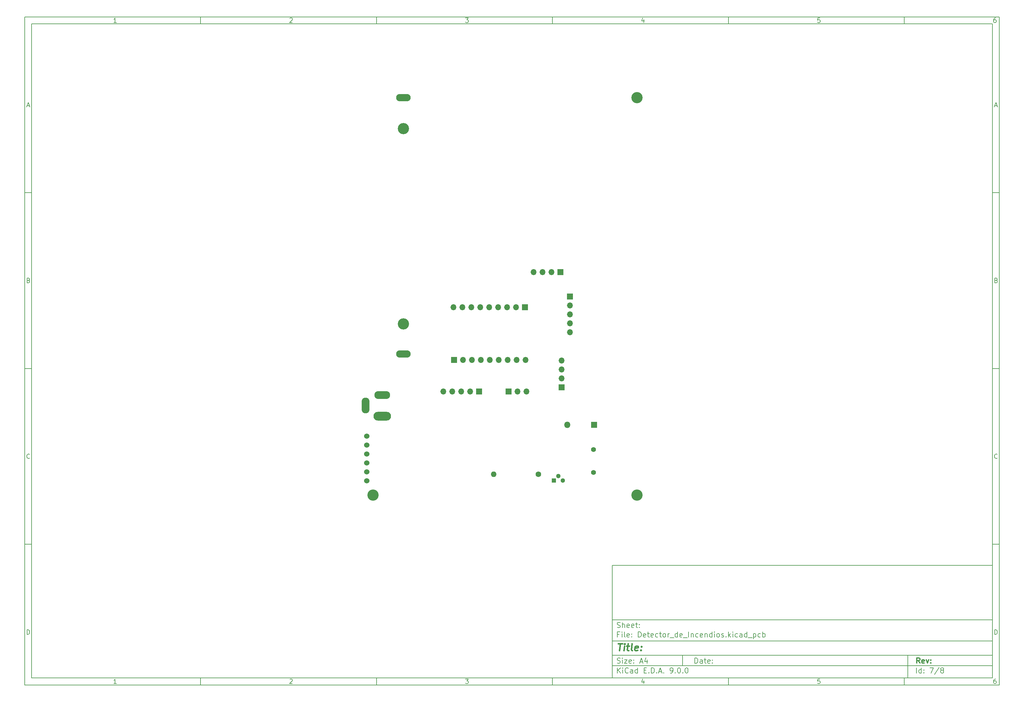
<source format=gbr>
%TF.GenerationSoftware,KiCad,Pcbnew,9.0.0*%
%TF.CreationDate,2025-02-27T14:05:11-05:00*%
%TF.ProjectId,Detector_de_Incendios,44657465-6374-46f7-925f-64655f496e63,rev?*%
%TF.SameCoordinates,Original*%
%TF.FileFunction,Soldermask,Bot*%
%TF.FilePolarity,Negative*%
%FSLAX46Y46*%
G04 Gerber Fmt 4.6, Leading zero omitted, Abs format (unit mm)*
G04 Created by KiCad (PCBNEW 9.0.0) date 2025-02-27 14:05:11*
%MOMM*%
%LPD*%
G01*
G04 APERTURE LIST*
%ADD10C,0.100000*%
%ADD11C,0.150000*%
%ADD12C,0.300000*%
%ADD13C,0.400000*%
%ADD14C,3.200000*%
%ADD15C,1.600000*%
%ADD16O,1.600000X1.600000*%
%ADD17R,1.700000X1.700000*%
%ADD18O,1.700000X1.700000*%
%ADD19O,5.000000X2.500000*%
%ADD20O,4.500000X2.250000*%
%ADD21O,2.250000X4.500000*%
%ADD22C,1.408000*%
%ADD23C,1.524000*%
%ADD24O,1.800000X1.800000*%
%ADD25R,1.800000X1.800000*%
%ADD26R,1.300000X1.300000*%
%ADD27C,1.300000*%
%ADD28O,4.140000X2.070000*%
G04 APERTURE END LIST*
D10*
D11*
X177002200Y-166007200D02*
X285002200Y-166007200D01*
X285002200Y-198007200D01*
X177002200Y-198007200D01*
X177002200Y-166007200D01*
D10*
D11*
X10000000Y-10000000D02*
X287002200Y-10000000D01*
X287002200Y-200007200D01*
X10000000Y-200007200D01*
X10000000Y-10000000D01*
D10*
D11*
X12000000Y-12000000D02*
X285002200Y-12000000D01*
X285002200Y-198007200D01*
X12000000Y-198007200D01*
X12000000Y-12000000D01*
D10*
D11*
X60000000Y-12000000D02*
X60000000Y-10000000D01*
D10*
D11*
X110000000Y-12000000D02*
X110000000Y-10000000D01*
D10*
D11*
X160000000Y-12000000D02*
X160000000Y-10000000D01*
D10*
D11*
X210000000Y-12000000D02*
X210000000Y-10000000D01*
D10*
D11*
X260000000Y-12000000D02*
X260000000Y-10000000D01*
D10*
D11*
X36089160Y-11593604D02*
X35346303Y-11593604D01*
X35717731Y-11593604D02*
X35717731Y-10293604D01*
X35717731Y-10293604D02*
X35593922Y-10479319D01*
X35593922Y-10479319D02*
X35470112Y-10603128D01*
X35470112Y-10603128D02*
X35346303Y-10665033D01*
D10*
D11*
X85346303Y-10417414D02*
X85408207Y-10355509D01*
X85408207Y-10355509D02*
X85532017Y-10293604D01*
X85532017Y-10293604D02*
X85841541Y-10293604D01*
X85841541Y-10293604D02*
X85965350Y-10355509D01*
X85965350Y-10355509D02*
X86027255Y-10417414D01*
X86027255Y-10417414D02*
X86089160Y-10541223D01*
X86089160Y-10541223D02*
X86089160Y-10665033D01*
X86089160Y-10665033D02*
X86027255Y-10850747D01*
X86027255Y-10850747D02*
X85284398Y-11593604D01*
X85284398Y-11593604D02*
X86089160Y-11593604D01*
D10*
D11*
X135284398Y-10293604D02*
X136089160Y-10293604D01*
X136089160Y-10293604D02*
X135655826Y-10788842D01*
X135655826Y-10788842D02*
X135841541Y-10788842D01*
X135841541Y-10788842D02*
X135965350Y-10850747D01*
X135965350Y-10850747D02*
X136027255Y-10912652D01*
X136027255Y-10912652D02*
X136089160Y-11036461D01*
X136089160Y-11036461D02*
X136089160Y-11345985D01*
X136089160Y-11345985D02*
X136027255Y-11469795D01*
X136027255Y-11469795D02*
X135965350Y-11531700D01*
X135965350Y-11531700D02*
X135841541Y-11593604D01*
X135841541Y-11593604D02*
X135470112Y-11593604D01*
X135470112Y-11593604D02*
X135346303Y-11531700D01*
X135346303Y-11531700D02*
X135284398Y-11469795D01*
D10*
D11*
X185965350Y-10726938D02*
X185965350Y-11593604D01*
X185655826Y-10231700D02*
X185346303Y-11160271D01*
X185346303Y-11160271D02*
X186151064Y-11160271D01*
D10*
D11*
X236027255Y-10293604D02*
X235408207Y-10293604D01*
X235408207Y-10293604D02*
X235346303Y-10912652D01*
X235346303Y-10912652D02*
X235408207Y-10850747D01*
X235408207Y-10850747D02*
X235532017Y-10788842D01*
X235532017Y-10788842D02*
X235841541Y-10788842D01*
X235841541Y-10788842D02*
X235965350Y-10850747D01*
X235965350Y-10850747D02*
X236027255Y-10912652D01*
X236027255Y-10912652D02*
X236089160Y-11036461D01*
X236089160Y-11036461D02*
X236089160Y-11345985D01*
X236089160Y-11345985D02*
X236027255Y-11469795D01*
X236027255Y-11469795D02*
X235965350Y-11531700D01*
X235965350Y-11531700D02*
X235841541Y-11593604D01*
X235841541Y-11593604D02*
X235532017Y-11593604D01*
X235532017Y-11593604D02*
X235408207Y-11531700D01*
X235408207Y-11531700D02*
X235346303Y-11469795D01*
D10*
D11*
X285965350Y-10293604D02*
X285717731Y-10293604D01*
X285717731Y-10293604D02*
X285593922Y-10355509D01*
X285593922Y-10355509D02*
X285532017Y-10417414D01*
X285532017Y-10417414D02*
X285408207Y-10603128D01*
X285408207Y-10603128D02*
X285346303Y-10850747D01*
X285346303Y-10850747D02*
X285346303Y-11345985D01*
X285346303Y-11345985D02*
X285408207Y-11469795D01*
X285408207Y-11469795D02*
X285470112Y-11531700D01*
X285470112Y-11531700D02*
X285593922Y-11593604D01*
X285593922Y-11593604D02*
X285841541Y-11593604D01*
X285841541Y-11593604D02*
X285965350Y-11531700D01*
X285965350Y-11531700D02*
X286027255Y-11469795D01*
X286027255Y-11469795D02*
X286089160Y-11345985D01*
X286089160Y-11345985D02*
X286089160Y-11036461D01*
X286089160Y-11036461D02*
X286027255Y-10912652D01*
X286027255Y-10912652D02*
X285965350Y-10850747D01*
X285965350Y-10850747D02*
X285841541Y-10788842D01*
X285841541Y-10788842D02*
X285593922Y-10788842D01*
X285593922Y-10788842D02*
X285470112Y-10850747D01*
X285470112Y-10850747D02*
X285408207Y-10912652D01*
X285408207Y-10912652D02*
X285346303Y-11036461D01*
D10*
D11*
X60000000Y-198007200D02*
X60000000Y-200007200D01*
D10*
D11*
X110000000Y-198007200D02*
X110000000Y-200007200D01*
D10*
D11*
X160000000Y-198007200D02*
X160000000Y-200007200D01*
D10*
D11*
X210000000Y-198007200D02*
X210000000Y-200007200D01*
D10*
D11*
X260000000Y-198007200D02*
X260000000Y-200007200D01*
D10*
D11*
X36089160Y-199600804D02*
X35346303Y-199600804D01*
X35717731Y-199600804D02*
X35717731Y-198300804D01*
X35717731Y-198300804D02*
X35593922Y-198486519D01*
X35593922Y-198486519D02*
X35470112Y-198610328D01*
X35470112Y-198610328D02*
X35346303Y-198672233D01*
D10*
D11*
X85346303Y-198424614D02*
X85408207Y-198362709D01*
X85408207Y-198362709D02*
X85532017Y-198300804D01*
X85532017Y-198300804D02*
X85841541Y-198300804D01*
X85841541Y-198300804D02*
X85965350Y-198362709D01*
X85965350Y-198362709D02*
X86027255Y-198424614D01*
X86027255Y-198424614D02*
X86089160Y-198548423D01*
X86089160Y-198548423D02*
X86089160Y-198672233D01*
X86089160Y-198672233D02*
X86027255Y-198857947D01*
X86027255Y-198857947D02*
X85284398Y-199600804D01*
X85284398Y-199600804D02*
X86089160Y-199600804D01*
D10*
D11*
X135284398Y-198300804D02*
X136089160Y-198300804D01*
X136089160Y-198300804D02*
X135655826Y-198796042D01*
X135655826Y-198796042D02*
X135841541Y-198796042D01*
X135841541Y-198796042D02*
X135965350Y-198857947D01*
X135965350Y-198857947D02*
X136027255Y-198919852D01*
X136027255Y-198919852D02*
X136089160Y-199043661D01*
X136089160Y-199043661D02*
X136089160Y-199353185D01*
X136089160Y-199353185D02*
X136027255Y-199476995D01*
X136027255Y-199476995D02*
X135965350Y-199538900D01*
X135965350Y-199538900D02*
X135841541Y-199600804D01*
X135841541Y-199600804D02*
X135470112Y-199600804D01*
X135470112Y-199600804D02*
X135346303Y-199538900D01*
X135346303Y-199538900D02*
X135284398Y-199476995D01*
D10*
D11*
X185965350Y-198734138D02*
X185965350Y-199600804D01*
X185655826Y-198238900D02*
X185346303Y-199167471D01*
X185346303Y-199167471D02*
X186151064Y-199167471D01*
D10*
D11*
X236027255Y-198300804D02*
X235408207Y-198300804D01*
X235408207Y-198300804D02*
X235346303Y-198919852D01*
X235346303Y-198919852D02*
X235408207Y-198857947D01*
X235408207Y-198857947D02*
X235532017Y-198796042D01*
X235532017Y-198796042D02*
X235841541Y-198796042D01*
X235841541Y-198796042D02*
X235965350Y-198857947D01*
X235965350Y-198857947D02*
X236027255Y-198919852D01*
X236027255Y-198919852D02*
X236089160Y-199043661D01*
X236089160Y-199043661D02*
X236089160Y-199353185D01*
X236089160Y-199353185D02*
X236027255Y-199476995D01*
X236027255Y-199476995D02*
X235965350Y-199538900D01*
X235965350Y-199538900D02*
X235841541Y-199600804D01*
X235841541Y-199600804D02*
X235532017Y-199600804D01*
X235532017Y-199600804D02*
X235408207Y-199538900D01*
X235408207Y-199538900D02*
X235346303Y-199476995D01*
D10*
D11*
X285965350Y-198300804D02*
X285717731Y-198300804D01*
X285717731Y-198300804D02*
X285593922Y-198362709D01*
X285593922Y-198362709D02*
X285532017Y-198424614D01*
X285532017Y-198424614D02*
X285408207Y-198610328D01*
X285408207Y-198610328D02*
X285346303Y-198857947D01*
X285346303Y-198857947D02*
X285346303Y-199353185D01*
X285346303Y-199353185D02*
X285408207Y-199476995D01*
X285408207Y-199476995D02*
X285470112Y-199538900D01*
X285470112Y-199538900D02*
X285593922Y-199600804D01*
X285593922Y-199600804D02*
X285841541Y-199600804D01*
X285841541Y-199600804D02*
X285965350Y-199538900D01*
X285965350Y-199538900D02*
X286027255Y-199476995D01*
X286027255Y-199476995D02*
X286089160Y-199353185D01*
X286089160Y-199353185D02*
X286089160Y-199043661D01*
X286089160Y-199043661D02*
X286027255Y-198919852D01*
X286027255Y-198919852D02*
X285965350Y-198857947D01*
X285965350Y-198857947D02*
X285841541Y-198796042D01*
X285841541Y-198796042D02*
X285593922Y-198796042D01*
X285593922Y-198796042D02*
X285470112Y-198857947D01*
X285470112Y-198857947D02*
X285408207Y-198919852D01*
X285408207Y-198919852D02*
X285346303Y-199043661D01*
D10*
D11*
X10000000Y-60000000D02*
X12000000Y-60000000D01*
D10*
D11*
X10000000Y-110000000D02*
X12000000Y-110000000D01*
D10*
D11*
X10000000Y-160000000D02*
X12000000Y-160000000D01*
D10*
D11*
X10690476Y-35222176D02*
X11309523Y-35222176D01*
X10566666Y-35593604D02*
X10999999Y-34293604D01*
X10999999Y-34293604D02*
X11433333Y-35593604D01*
D10*
D11*
X11092857Y-84912652D02*
X11278571Y-84974557D01*
X11278571Y-84974557D02*
X11340476Y-85036461D01*
X11340476Y-85036461D02*
X11402380Y-85160271D01*
X11402380Y-85160271D02*
X11402380Y-85345985D01*
X11402380Y-85345985D02*
X11340476Y-85469795D01*
X11340476Y-85469795D02*
X11278571Y-85531700D01*
X11278571Y-85531700D02*
X11154761Y-85593604D01*
X11154761Y-85593604D02*
X10659523Y-85593604D01*
X10659523Y-85593604D02*
X10659523Y-84293604D01*
X10659523Y-84293604D02*
X11092857Y-84293604D01*
X11092857Y-84293604D02*
X11216666Y-84355509D01*
X11216666Y-84355509D02*
X11278571Y-84417414D01*
X11278571Y-84417414D02*
X11340476Y-84541223D01*
X11340476Y-84541223D02*
X11340476Y-84665033D01*
X11340476Y-84665033D02*
X11278571Y-84788842D01*
X11278571Y-84788842D02*
X11216666Y-84850747D01*
X11216666Y-84850747D02*
X11092857Y-84912652D01*
X11092857Y-84912652D02*
X10659523Y-84912652D01*
D10*
D11*
X11402380Y-135469795D02*
X11340476Y-135531700D01*
X11340476Y-135531700D02*
X11154761Y-135593604D01*
X11154761Y-135593604D02*
X11030952Y-135593604D01*
X11030952Y-135593604D02*
X10845238Y-135531700D01*
X10845238Y-135531700D02*
X10721428Y-135407890D01*
X10721428Y-135407890D02*
X10659523Y-135284080D01*
X10659523Y-135284080D02*
X10597619Y-135036461D01*
X10597619Y-135036461D02*
X10597619Y-134850747D01*
X10597619Y-134850747D02*
X10659523Y-134603128D01*
X10659523Y-134603128D02*
X10721428Y-134479319D01*
X10721428Y-134479319D02*
X10845238Y-134355509D01*
X10845238Y-134355509D02*
X11030952Y-134293604D01*
X11030952Y-134293604D02*
X11154761Y-134293604D01*
X11154761Y-134293604D02*
X11340476Y-134355509D01*
X11340476Y-134355509D02*
X11402380Y-134417414D01*
D10*
D11*
X10659523Y-185593604D02*
X10659523Y-184293604D01*
X10659523Y-184293604D02*
X10969047Y-184293604D01*
X10969047Y-184293604D02*
X11154761Y-184355509D01*
X11154761Y-184355509D02*
X11278571Y-184479319D01*
X11278571Y-184479319D02*
X11340476Y-184603128D01*
X11340476Y-184603128D02*
X11402380Y-184850747D01*
X11402380Y-184850747D02*
X11402380Y-185036461D01*
X11402380Y-185036461D02*
X11340476Y-185284080D01*
X11340476Y-185284080D02*
X11278571Y-185407890D01*
X11278571Y-185407890D02*
X11154761Y-185531700D01*
X11154761Y-185531700D02*
X10969047Y-185593604D01*
X10969047Y-185593604D02*
X10659523Y-185593604D01*
D10*
D11*
X287002200Y-60000000D02*
X285002200Y-60000000D01*
D10*
D11*
X287002200Y-110000000D02*
X285002200Y-110000000D01*
D10*
D11*
X287002200Y-160000000D02*
X285002200Y-160000000D01*
D10*
D11*
X285692676Y-35222176D02*
X286311723Y-35222176D01*
X285568866Y-35593604D02*
X286002199Y-34293604D01*
X286002199Y-34293604D02*
X286435533Y-35593604D01*
D10*
D11*
X286095057Y-84912652D02*
X286280771Y-84974557D01*
X286280771Y-84974557D02*
X286342676Y-85036461D01*
X286342676Y-85036461D02*
X286404580Y-85160271D01*
X286404580Y-85160271D02*
X286404580Y-85345985D01*
X286404580Y-85345985D02*
X286342676Y-85469795D01*
X286342676Y-85469795D02*
X286280771Y-85531700D01*
X286280771Y-85531700D02*
X286156961Y-85593604D01*
X286156961Y-85593604D02*
X285661723Y-85593604D01*
X285661723Y-85593604D02*
X285661723Y-84293604D01*
X285661723Y-84293604D02*
X286095057Y-84293604D01*
X286095057Y-84293604D02*
X286218866Y-84355509D01*
X286218866Y-84355509D02*
X286280771Y-84417414D01*
X286280771Y-84417414D02*
X286342676Y-84541223D01*
X286342676Y-84541223D02*
X286342676Y-84665033D01*
X286342676Y-84665033D02*
X286280771Y-84788842D01*
X286280771Y-84788842D02*
X286218866Y-84850747D01*
X286218866Y-84850747D02*
X286095057Y-84912652D01*
X286095057Y-84912652D02*
X285661723Y-84912652D01*
D10*
D11*
X286404580Y-135469795D02*
X286342676Y-135531700D01*
X286342676Y-135531700D02*
X286156961Y-135593604D01*
X286156961Y-135593604D02*
X286033152Y-135593604D01*
X286033152Y-135593604D02*
X285847438Y-135531700D01*
X285847438Y-135531700D02*
X285723628Y-135407890D01*
X285723628Y-135407890D02*
X285661723Y-135284080D01*
X285661723Y-135284080D02*
X285599819Y-135036461D01*
X285599819Y-135036461D02*
X285599819Y-134850747D01*
X285599819Y-134850747D02*
X285661723Y-134603128D01*
X285661723Y-134603128D02*
X285723628Y-134479319D01*
X285723628Y-134479319D02*
X285847438Y-134355509D01*
X285847438Y-134355509D02*
X286033152Y-134293604D01*
X286033152Y-134293604D02*
X286156961Y-134293604D01*
X286156961Y-134293604D02*
X286342676Y-134355509D01*
X286342676Y-134355509D02*
X286404580Y-134417414D01*
D10*
D11*
X285661723Y-185593604D02*
X285661723Y-184293604D01*
X285661723Y-184293604D02*
X285971247Y-184293604D01*
X285971247Y-184293604D02*
X286156961Y-184355509D01*
X286156961Y-184355509D02*
X286280771Y-184479319D01*
X286280771Y-184479319D02*
X286342676Y-184603128D01*
X286342676Y-184603128D02*
X286404580Y-184850747D01*
X286404580Y-184850747D02*
X286404580Y-185036461D01*
X286404580Y-185036461D02*
X286342676Y-185284080D01*
X286342676Y-185284080D02*
X286280771Y-185407890D01*
X286280771Y-185407890D02*
X286156961Y-185531700D01*
X286156961Y-185531700D02*
X285971247Y-185593604D01*
X285971247Y-185593604D02*
X285661723Y-185593604D01*
D10*
D11*
X200458026Y-193793328D02*
X200458026Y-192293328D01*
X200458026Y-192293328D02*
X200815169Y-192293328D01*
X200815169Y-192293328D02*
X201029455Y-192364757D01*
X201029455Y-192364757D02*
X201172312Y-192507614D01*
X201172312Y-192507614D02*
X201243741Y-192650471D01*
X201243741Y-192650471D02*
X201315169Y-192936185D01*
X201315169Y-192936185D02*
X201315169Y-193150471D01*
X201315169Y-193150471D02*
X201243741Y-193436185D01*
X201243741Y-193436185D02*
X201172312Y-193579042D01*
X201172312Y-193579042D02*
X201029455Y-193721900D01*
X201029455Y-193721900D02*
X200815169Y-193793328D01*
X200815169Y-193793328D02*
X200458026Y-193793328D01*
X202600884Y-193793328D02*
X202600884Y-193007614D01*
X202600884Y-193007614D02*
X202529455Y-192864757D01*
X202529455Y-192864757D02*
X202386598Y-192793328D01*
X202386598Y-192793328D02*
X202100884Y-192793328D01*
X202100884Y-192793328D02*
X201958026Y-192864757D01*
X202600884Y-193721900D02*
X202458026Y-193793328D01*
X202458026Y-193793328D02*
X202100884Y-193793328D01*
X202100884Y-193793328D02*
X201958026Y-193721900D01*
X201958026Y-193721900D02*
X201886598Y-193579042D01*
X201886598Y-193579042D02*
X201886598Y-193436185D01*
X201886598Y-193436185D02*
X201958026Y-193293328D01*
X201958026Y-193293328D02*
X202100884Y-193221900D01*
X202100884Y-193221900D02*
X202458026Y-193221900D01*
X202458026Y-193221900D02*
X202600884Y-193150471D01*
X203100884Y-192793328D02*
X203672312Y-192793328D01*
X203315169Y-192293328D02*
X203315169Y-193579042D01*
X203315169Y-193579042D02*
X203386598Y-193721900D01*
X203386598Y-193721900D02*
X203529455Y-193793328D01*
X203529455Y-193793328D02*
X203672312Y-193793328D01*
X204743741Y-193721900D02*
X204600884Y-193793328D01*
X204600884Y-193793328D02*
X204315170Y-193793328D01*
X204315170Y-193793328D02*
X204172312Y-193721900D01*
X204172312Y-193721900D02*
X204100884Y-193579042D01*
X204100884Y-193579042D02*
X204100884Y-193007614D01*
X204100884Y-193007614D02*
X204172312Y-192864757D01*
X204172312Y-192864757D02*
X204315170Y-192793328D01*
X204315170Y-192793328D02*
X204600884Y-192793328D01*
X204600884Y-192793328D02*
X204743741Y-192864757D01*
X204743741Y-192864757D02*
X204815170Y-193007614D01*
X204815170Y-193007614D02*
X204815170Y-193150471D01*
X204815170Y-193150471D02*
X204100884Y-193293328D01*
X205458026Y-193650471D02*
X205529455Y-193721900D01*
X205529455Y-193721900D02*
X205458026Y-193793328D01*
X205458026Y-193793328D02*
X205386598Y-193721900D01*
X205386598Y-193721900D02*
X205458026Y-193650471D01*
X205458026Y-193650471D02*
X205458026Y-193793328D01*
X205458026Y-192864757D02*
X205529455Y-192936185D01*
X205529455Y-192936185D02*
X205458026Y-193007614D01*
X205458026Y-193007614D02*
X205386598Y-192936185D01*
X205386598Y-192936185D02*
X205458026Y-192864757D01*
X205458026Y-192864757D02*
X205458026Y-193007614D01*
D10*
D11*
X177002200Y-194507200D02*
X285002200Y-194507200D01*
D10*
D11*
X178458026Y-196593328D02*
X178458026Y-195093328D01*
X179315169Y-196593328D02*
X178672312Y-195736185D01*
X179315169Y-195093328D02*
X178458026Y-195950471D01*
X179958026Y-196593328D02*
X179958026Y-195593328D01*
X179958026Y-195093328D02*
X179886598Y-195164757D01*
X179886598Y-195164757D02*
X179958026Y-195236185D01*
X179958026Y-195236185D02*
X180029455Y-195164757D01*
X180029455Y-195164757D02*
X179958026Y-195093328D01*
X179958026Y-195093328D02*
X179958026Y-195236185D01*
X181529455Y-196450471D02*
X181458027Y-196521900D01*
X181458027Y-196521900D02*
X181243741Y-196593328D01*
X181243741Y-196593328D02*
X181100884Y-196593328D01*
X181100884Y-196593328D02*
X180886598Y-196521900D01*
X180886598Y-196521900D02*
X180743741Y-196379042D01*
X180743741Y-196379042D02*
X180672312Y-196236185D01*
X180672312Y-196236185D02*
X180600884Y-195950471D01*
X180600884Y-195950471D02*
X180600884Y-195736185D01*
X180600884Y-195736185D02*
X180672312Y-195450471D01*
X180672312Y-195450471D02*
X180743741Y-195307614D01*
X180743741Y-195307614D02*
X180886598Y-195164757D01*
X180886598Y-195164757D02*
X181100884Y-195093328D01*
X181100884Y-195093328D02*
X181243741Y-195093328D01*
X181243741Y-195093328D02*
X181458027Y-195164757D01*
X181458027Y-195164757D02*
X181529455Y-195236185D01*
X182815170Y-196593328D02*
X182815170Y-195807614D01*
X182815170Y-195807614D02*
X182743741Y-195664757D01*
X182743741Y-195664757D02*
X182600884Y-195593328D01*
X182600884Y-195593328D02*
X182315170Y-195593328D01*
X182315170Y-195593328D02*
X182172312Y-195664757D01*
X182815170Y-196521900D02*
X182672312Y-196593328D01*
X182672312Y-196593328D02*
X182315170Y-196593328D01*
X182315170Y-196593328D02*
X182172312Y-196521900D01*
X182172312Y-196521900D02*
X182100884Y-196379042D01*
X182100884Y-196379042D02*
X182100884Y-196236185D01*
X182100884Y-196236185D02*
X182172312Y-196093328D01*
X182172312Y-196093328D02*
X182315170Y-196021900D01*
X182315170Y-196021900D02*
X182672312Y-196021900D01*
X182672312Y-196021900D02*
X182815170Y-195950471D01*
X184172313Y-196593328D02*
X184172313Y-195093328D01*
X184172313Y-196521900D02*
X184029455Y-196593328D01*
X184029455Y-196593328D02*
X183743741Y-196593328D01*
X183743741Y-196593328D02*
X183600884Y-196521900D01*
X183600884Y-196521900D02*
X183529455Y-196450471D01*
X183529455Y-196450471D02*
X183458027Y-196307614D01*
X183458027Y-196307614D02*
X183458027Y-195879042D01*
X183458027Y-195879042D02*
X183529455Y-195736185D01*
X183529455Y-195736185D02*
X183600884Y-195664757D01*
X183600884Y-195664757D02*
X183743741Y-195593328D01*
X183743741Y-195593328D02*
X184029455Y-195593328D01*
X184029455Y-195593328D02*
X184172313Y-195664757D01*
X186029455Y-195807614D02*
X186529455Y-195807614D01*
X186743741Y-196593328D02*
X186029455Y-196593328D01*
X186029455Y-196593328D02*
X186029455Y-195093328D01*
X186029455Y-195093328D02*
X186743741Y-195093328D01*
X187386598Y-196450471D02*
X187458027Y-196521900D01*
X187458027Y-196521900D02*
X187386598Y-196593328D01*
X187386598Y-196593328D02*
X187315170Y-196521900D01*
X187315170Y-196521900D02*
X187386598Y-196450471D01*
X187386598Y-196450471D02*
X187386598Y-196593328D01*
X188100884Y-196593328D02*
X188100884Y-195093328D01*
X188100884Y-195093328D02*
X188458027Y-195093328D01*
X188458027Y-195093328D02*
X188672313Y-195164757D01*
X188672313Y-195164757D02*
X188815170Y-195307614D01*
X188815170Y-195307614D02*
X188886599Y-195450471D01*
X188886599Y-195450471D02*
X188958027Y-195736185D01*
X188958027Y-195736185D02*
X188958027Y-195950471D01*
X188958027Y-195950471D02*
X188886599Y-196236185D01*
X188886599Y-196236185D02*
X188815170Y-196379042D01*
X188815170Y-196379042D02*
X188672313Y-196521900D01*
X188672313Y-196521900D02*
X188458027Y-196593328D01*
X188458027Y-196593328D02*
X188100884Y-196593328D01*
X189600884Y-196450471D02*
X189672313Y-196521900D01*
X189672313Y-196521900D02*
X189600884Y-196593328D01*
X189600884Y-196593328D02*
X189529456Y-196521900D01*
X189529456Y-196521900D02*
X189600884Y-196450471D01*
X189600884Y-196450471D02*
X189600884Y-196593328D01*
X190243742Y-196164757D02*
X190958028Y-196164757D01*
X190100885Y-196593328D02*
X190600885Y-195093328D01*
X190600885Y-195093328D02*
X191100885Y-196593328D01*
X191600884Y-196450471D02*
X191672313Y-196521900D01*
X191672313Y-196521900D02*
X191600884Y-196593328D01*
X191600884Y-196593328D02*
X191529456Y-196521900D01*
X191529456Y-196521900D02*
X191600884Y-196450471D01*
X191600884Y-196450471D02*
X191600884Y-196593328D01*
X193529456Y-196593328D02*
X193815170Y-196593328D01*
X193815170Y-196593328D02*
X193958027Y-196521900D01*
X193958027Y-196521900D02*
X194029456Y-196450471D01*
X194029456Y-196450471D02*
X194172313Y-196236185D01*
X194172313Y-196236185D02*
X194243742Y-195950471D01*
X194243742Y-195950471D02*
X194243742Y-195379042D01*
X194243742Y-195379042D02*
X194172313Y-195236185D01*
X194172313Y-195236185D02*
X194100885Y-195164757D01*
X194100885Y-195164757D02*
X193958027Y-195093328D01*
X193958027Y-195093328D02*
X193672313Y-195093328D01*
X193672313Y-195093328D02*
X193529456Y-195164757D01*
X193529456Y-195164757D02*
X193458027Y-195236185D01*
X193458027Y-195236185D02*
X193386599Y-195379042D01*
X193386599Y-195379042D02*
X193386599Y-195736185D01*
X193386599Y-195736185D02*
X193458027Y-195879042D01*
X193458027Y-195879042D02*
X193529456Y-195950471D01*
X193529456Y-195950471D02*
X193672313Y-196021900D01*
X193672313Y-196021900D02*
X193958027Y-196021900D01*
X193958027Y-196021900D02*
X194100885Y-195950471D01*
X194100885Y-195950471D02*
X194172313Y-195879042D01*
X194172313Y-195879042D02*
X194243742Y-195736185D01*
X194886598Y-196450471D02*
X194958027Y-196521900D01*
X194958027Y-196521900D02*
X194886598Y-196593328D01*
X194886598Y-196593328D02*
X194815170Y-196521900D01*
X194815170Y-196521900D02*
X194886598Y-196450471D01*
X194886598Y-196450471D02*
X194886598Y-196593328D01*
X195886599Y-195093328D02*
X196029456Y-195093328D01*
X196029456Y-195093328D02*
X196172313Y-195164757D01*
X196172313Y-195164757D02*
X196243742Y-195236185D01*
X196243742Y-195236185D02*
X196315170Y-195379042D01*
X196315170Y-195379042D02*
X196386599Y-195664757D01*
X196386599Y-195664757D02*
X196386599Y-196021900D01*
X196386599Y-196021900D02*
X196315170Y-196307614D01*
X196315170Y-196307614D02*
X196243742Y-196450471D01*
X196243742Y-196450471D02*
X196172313Y-196521900D01*
X196172313Y-196521900D02*
X196029456Y-196593328D01*
X196029456Y-196593328D02*
X195886599Y-196593328D01*
X195886599Y-196593328D02*
X195743742Y-196521900D01*
X195743742Y-196521900D02*
X195672313Y-196450471D01*
X195672313Y-196450471D02*
X195600884Y-196307614D01*
X195600884Y-196307614D02*
X195529456Y-196021900D01*
X195529456Y-196021900D02*
X195529456Y-195664757D01*
X195529456Y-195664757D02*
X195600884Y-195379042D01*
X195600884Y-195379042D02*
X195672313Y-195236185D01*
X195672313Y-195236185D02*
X195743742Y-195164757D01*
X195743742Y-195164757D02*
X195886599Y-195093328D01*
X197029455Y-196450471D02*
X197100884Y-196521900D01*
X197100884Y-196521900D02*
X197029455Y-196593328D01*
X197029455Y-196593328D02*
X196958027Y-196521900D01*
X196958027Y-196521900D02*
X197029455Y-196450471D01*
X197029455Y-196450471D02*
X197029455Y-196593328D01*
X198029456Y-195093328D02*
X198172313Y-195093328D01*
X198172313Y-195093328D02*
X198315170Y-195164757D01*
X198315170Y-195164757D02*
X198386599Y-195236185D01*
X198386599Y-195236185D02*
X198458027Y-195379042D01*
X198458027Y-195379042D02*
X198529456Y-195664757D01*
X198529456Y-195664757D02*
X198529456Y-196021900D01*
X198529456Y-196021900D02*
X198458027Y-196307614D01*
X198458027Y-196307614D02*
X198386599Y-196450471D01*
X198386599Y-196450471D02*
X198315170Y-196521900D01*
X198315170Y-196521900D02*
X198172313Y-196593328D01*
X198172313Y-196593328D02*
X198029456Y-196593328D01*
X198029456Y-196593328D02*
X197886599Y-196521900D01*
X197886599Y-196521900D02*
X197815170Y-196450471D01*
X197815170Y-196450471D02*
X197743741Y-196307614D01*
X197743741Y-196307614D02*
X197672313Y-196021900D01*
X197672313Y-196021900D02*
X197672313Y-195664757D01*
X197672313Y-195664757D02*
X197743741Y-195379042D01*
X197743741Y-195379042D02*
X197815170Y-195236185D01*
X197815170Y-195236185D02*
X197886599Y-195164757D01*
X197886599Y-195164757D02*
X198029456Y-195093328D01*
D10*
D11*
X177002200Y-191507200D02*
X285002200Y-191507200D01*
D10*
D12*
X264413853Y-193785528D02*
X263913853Y-193071242D01*
X263556710Y-193785528D02*
X263556710Y-192285528D01*
X263556710Y-192285528D02*
X264128139Y-192285528D01*
X264128139Y-192285528D02*
X264270996Y-192356957D01*
X264270996Y-192356957D02*
X264342425Y-192428385D01*
X264342425Y-192428385D02*
X264413853Y-192571242D01*
X264413853Y-192571242D02*
X264413853Y-192785528D01*
X264413853Y-192785528D02*
X264342425Y-192928385D01*
X264342425Y-192928385D02*
X264270996Y-192999814D01*
X264270996Y-192999814D02*
X264128139Y-193071242D01*
X264128139Y-193071242D02*
X263556710Y-193071242D01*
X265628139Y-193714100D02*
X265485282Y-193785528D01*
X265485282Y-193785528D02*
X265199568Y-193785528D01*
X265199568Y-193785528D02*
X265056710Y-193714100D01*
X265056710Y-193714100D02*
X264985282Y-193571242D01*
X264985282Y-193571242D02*
X264985282Y-192999814D01*
X264985282Y-192999814D02*
X265056710Y-192856957D01*
X265056710Y-192856957D02*
X265199568Y-192785528D01*
X265199568Y-192785528D02*
X265485282Y-192785528D01*
X265485282Y-192785528D02*
X265628139Y-192856957D01*
X265628139Y-192856957D02*
X265699568Y-192999814D01*
X265699568Y-192999814D02*
X265699568Y-193142671D01*
X265699568Y-193142671D02*
X264985282Y-193285528D01*
X266199567Y-192785528D02*
X266556710Y-193785528D01*
X266556710Y-193785528D02*
X266913853Y-192785528D01*
X267485281Y-193642671D02*
X267556710Y-193714100D01*
X267556710Y-193714100D02*
X267485281Y-193785528D01*
X267485281Y-193785528D02*
X267413853Y-193714100D01*
X267413853Y-193714100D02*
X267485281Y-193642671D01*
X267485281Y-193642671D02*
X267485281Y-193785528D01*
X267485281Y-192856957D02*
X267556710Y-192928385D01*
X267556710Y-192928385D02*
X267485281Y-192999814D01*
X267485281Y-192999814D02*
X267413853Y-192928385D01*
X267413853Y-192928385D02*
X267485281Y-192856957D01*
X267485281Y-192856957D02*
X267485281Y-192999814D01*
D10*
D11*
X178386598Y-193721900D02*
X178600884Y-193793328D01*
X178600884Y-193793328D02*
X178958026Y-193793328D01*
X178958026Y-193793328D02*
X179100884Y-193721900D01*
X179100884Y-193721900D02*
X179172312Y-193650471D01*
X179172312Y-193650471D02*
X179243741Y-193507614D01*
X179243741Y-193507614D02*
X179243741Y-193364757D01*
X179243741Y-193364757D02*
X179172312Y-193221900D01*
X179172312Y-193221900D02*
X179100884Y-193150471D01*
X179100884Y-193150471D02*
X178958026Y-193079042D01*
X178958026Y-193079042D02*
X178672312Y-193007614D01*
X178672312Y-193007614D02*
X178529455Y-192936185D01*
X178529455Y-192936185D02*
X178458026Y-192864757D01*
X178458026Y-192864757D02*
X178386598Y-192721900D01*
X178386598Y-192721900D02*
X178386598Y-192579042D01*
X178386598Y-192579042D02*
X178458026Y-192436185D01*
X178458026Y-192436185D02*
X178529455Y-192364757D01*
X178529455Y-192364757D02*
X178672312Y-192293328D01*
X178672312Y-192293328D02*
X179029455Y-192293328D01*
X179029455Y-192293328D02*
X179243741Y-192364757D01*
X179886597Y-193793328D02*
X179886597Y-192793328D01*
X179886597Y-192293328D02*
X179815169Y-192364757D01*
X179815169Y-192364757D02*
X179886597Y-192436185D01*
X179886597Y-192436185D02*
X179958026Y-192364757D01*
X179958026Y-192364757D02*
X179886597Y-192293328D01*
X179886597Y-192293328D02*
X179886597Y-192436185D01*
X180458026Y-192793328D02*
X181243741Y-192793328D01*
X181243741Y-192793328D02*
X180458026Y-193793328D01*
X180458026Y-193793328D02*
X181243741Y-193793328D01*
X182386598Y-193721900D02*
X182243741Y-193793328D01*
X182243741Y-193793328D02*
X181958027Y-193793328D01*
X181958027Y-193793328D02*
X181815169Y-193721900D01*
X181815169Y-193721900D02*
X181743741Y-193579042D01*
X181743741Y-193579042D02*
X181743741Y-193007614D01*
X181743741Y-193007614D02*
X181815169Y-192864757D01*
X181815169Y-192864757D02*
X181958027Y-192793328D01*
X181958027Y-192793328D02*
X182243741Y-192793328D01*
X182243741Y-192793328D02*
X182386598Y-192864757D01*
X182386598Y-192864757D02*
X182458027Y-193007614D01*
X182458027Y-193007614D02*
X182458027Y-193150471D01*
X182458027Y-193150471D02*
X181743741Y-193293328D01*
X183100883Y-193650471D02*
X183172312Y-193721900D01*
X183172312Y-193721900D02*
X183100883Y-193793328D01*
X183100883Y-193793328D02*
X183029455Y-193721900D01*
X183029455Y-193721900D02*
X183100883Y-193650471D01*
X183100883Y-193650471D02*
X183100883Y-193793328D01*
X183100883Y-192864757D02*
X183172312Y-192936185D01*
X183172312Y-192936185D02*
X183100883Y-193007614D01*
X183100883Y-193007614D02*
X183029455Y-192936185D01*
X183029455Y-192936185D02*
X183100883Y-192864757D01*
X183100883Y-192864757D02*
X183100883Y-193007614D01*
X184886598Y-193364757D02*
X185600884Y-193364757D01*
X184743741Y-193793328D02*
X185243741Y-192293328D01*
X185243741Y-192293328D02*
X185743741Y-193793328D01*
X186886598Y-192793328D02*
X186886598Y-193793328D01*
X186529455Y-192221900D02*
X186172312Y-193293328D01*
X186172312Y-193293328D02*
X187100883Y-193293328D01*
D10*
D11*
X263458026Y-196593328D02*
X263458026Y-195093328D01*
X264815170Y-196593328D02*
X264815170Y-195093328D01*
X264815170Y-196521900D02*
X264672312Y-196593328D01*
X264672312Y-196593328D02*
X264386598Y-196593328D01*
X264386598Y-196593328D02*
X264243741Y-196521900D01*
X264243741Y-196521900D02*
X264172312Y-196450471D01*
X264172312Y-196450471D02*
X264100884Y-196307614D01*
X264100884Y-196307614D02*
X264100884Y-195879042D01*
X264100884Y-195879042D02*
X264172312Y-195736185D01*
X264172312Y-195736185D02*
X264243741Y-195664757D01*
X264243741Y-195664757D02*
X264386598Y-195593328D01*
X264386598Y-195593328D02*
X264672312Y-195593328D01*
X264672312Y-195593328D02*
X264815170Y-195664757D01*
X265529455Y-196450471D02*
X265600884Y-196521900D01*
X265600884Y-196521900D02*
X265529455Y-196593328D01*
X265529455Y-196593328D02*
X265458027Y-196521900D01*
X265458027Y-196521900D02*
X265529455Y-196450471D01*
X265529455Y-196450471D02*
X265529455Y-196593328D01*
X265529455Y-195664757D02*
X265600884Y-195736185D01*
X265600884Y-195736185D02*
X265529455Y-195807614D01*
X265529455Y-195807614D02*
X265458027Y-195736185D01*
X265458027Y-195736185D02*
X265529455Y-195664757D01*
X265529455Y-195664757D02*
X265529455Y-195807614D01*
X267243741Y-195093328D02*
X268243741Y-195093328D01*
X268243741Y-195093328D02*
X267600884Y-196593328D01*
X269886598Y-195021900D02*
X268600884Y-196950471D01*
X270600884Y-195736185D02*
X270458027Y-195664757D01*
X270458027Y-195664757D02*
X270386598Y-195593328D01*
X270386598Y-195593328D02*
X270315170Y-195450471D01*
X270315170Y-195450471D02*
X270315170Y-195379042D01*
X270315170Y-195379042D02*
X270386598Y-195236185D01*
X270386598Y-195236185D02*
X270458027Y-195164757D01*
X270458027Y-195164757D02*
X270600884Y-195093328D01*
X270600884Y-195093328D02*
X270886598Y-195093328D01*
X270886598Y-195093328D02*
X271029456Y-195164757D01*
X271029456Y-195164757D02*
X271100884Y-195236185D01*
X271100884Y-195236185D02*
X271172313Y-195379042D01*
X271172313Y-195379042D02*
X271172313Y-195450471D01*
X271172313Y-195450471D02*
X271100884Y-195593328D01*
X271100884Y-195593328D02*
X271029456Y-195664757D01*
X271029456Y-195664757D02*
X270886598Y-195736185D01*
X270886598Y-195736185D02*
X270600884Y-195736185D01*
X270600884Y-195736185D02*
X270458027Y-195807614D01*
X270458027Y-195807614D02*
X270386598Y-195879042D01*
X270386598Y-195879042D02*
X270315170Y-196021900D01*
X270315170Y-196021900D02*
X270315170Y-196307614D01*
X270315170Y-196307614D02*
X270386598Y-196450471D01*
X270386598Y-196450471D02*
X270458027Y-196521900D01*
X270458027Y-196521900D02*
X270600884Y-196593328D01*
X270600884Y-196593328D02*
X270886598Y-196593328D01*
X270886598Y-196593328D02*
X271029456Y-196521900D01*
X271029456Y-196521900D02*
X271100884Y-196450471D01*
X271100884Y-196450471D02*
X271172313Y-196307614D01*
X271172313Y-196307614D02*
X271172313Y-196021900D01*
X271172313Y-196021900D02*
X271100884Y-195879042D01*
X271100884Y-195879042D02*
X271029456Y-195807614D01*
X271029456Y-195807614D02*
X270886598Y-195736185D01*
D10*
D11*
X177002200Y-187507200D02*
X285002200Y-187507200D01*
D10*
D13*
X178693928Y-188211638D02*
X179836785Y-188211638D01*
X179015357Y-190211638D02*
X179265357Y-188211638D01*
X180253452Y-190211638D02*
X180420119Y-188878304D01*
X180503452Y-188211638D02*
X180396309Y-188306876D01*
X180396309Y-188306876D02*
X180479643Y-188402114D01*
X180479643Y-188402114D02*
X180586786Y-188306876D01*
X180586786Y-188306876D02*
X180503452Y-188211638D01*
X180503452Y-188211638D02*
X180479643Y-188402114D01*
X181086786Y-188878304D02*
X181848690Y-188878304D01*
X181455833Y-188211638D02*
X181241548Y-189925923D01*
X181241548Y-189925923D02*
X181312976Y-190116400D01*
X181312976Y-190116400D02*
X181491548Y-190211638D01*
X181491548Y-190211638D02*
X181682024Y-190211638D01*
X182634405Y-190211638D02*
X182455833Y-190116400D01*
X182455833Y-190116400D02*
X182384405Y-189925923D01*
X182384405Y-189925923D02*
X182598690Y-188211638D01*
X184170119Y-190116400D02*
X183967738Y-190211638D01*
X183967738Y-190211638D02*
X183586785Y-190211638D01*
X183586785Y-190211638D02*
X183408214Y-190116400D01*
X183408214Y-190116400D02*
X183336785Y-189925923D01*
X183336785Y-189925923D02*
X183432024Y-189164019D01*
X183432024Y-189164019D02*
X183551071Y-188973542D01*
X183551071Y-188973542D02*
X183753452Y-188878304D01*
X183753452Y-188878304D02*
X184134404Y-188878304D01*
X184134404Y-188878304D02*
X184312976Y-188973542D01*
X184312976Y-188973542D02*
X184384404Y-189164019D01*
X184384404Y-189164019D02*
X184360595Y-189354495D01*
X184360595Y-189354495D02*
X183384404Y-189544971D01*
X185134405Y-190021161D02*
X185217738Y-190116400D01*
X185217738Y-190116400D02*
X185110595Y-190211638D01*
X185110595Y-190211638D02*
X185027262Y-190116400D01*
X185027262Y-190116400D02*
X185134405Y-190021161D01*
X185134405Y-190021161D02*
X185110595Y-190211638D01*
X185265357Y-188973542D02*
X185348690Y-189068780D01*
X185348690Y-189068780D02*
X185241548Y-189164019D01*
X185241548Y-189164019D02*
X185158214Y-189068780D01*
X185158214Y-189068780D02*
X185265357Y-188973542D01*
X185265357Y-188973542D02*
X185241548Y-189164019D01*
D10*
D11*
X178958026Y-185607614D02*
X178458026Y-185607614D01*
X178458026Y-186393328D02*
X178458026Y-184893328D01*
X178458026Y-184893328D02*
X179172312Y-184893328D01*
X179743740Y-186393328D02*
X179743740Y-185393328D01*
X179743740Y-184893328D02*
X179672312Y-184964757D01*
X179672312Y-184964757D02*
X179743740Y-185036185D01*
X179743740Y-185036185D02*
X179815169Y-184964757D01*
X179815169Y-184964757D02*
X179743740Y-184893328D01*
X179743740Y-184893328D02*
X179743740Y-185036185D01*
X180672312Y-186393328D02*
X180529455Y-186321900D01*
X180529455Y-186321900D02*
X180458026Y-186179042D01*
X180458026Y-186179042D02*
X180458026Y-184893328D01*
X181815169Y-186321900D02*
X181672312Y-186393328D01*
X181672312Y-186393328D02*
X181386598Y-186393328D01*
X181386598Y-186393328D02*
X181243740Y-186321900D01*
X181243740Y-186321900D02*
X181172312Y-186179042D01*
X181172312Y-186179042D02*
X181172312Y-185607614D01*
X181172312Y-185607614D02*
X181243740Y-185464757D01*
X181243740Y-185464757D02*
X181386598Y-185393328D01*
X181386598Y-185393328D02*
X181672312Y-185393328D01*
X181672312Y-185393328D02*
X181815169Y-185464757D01*
X181815169Y-185464757D02*
X181886598Y-185607614D01*
X181886598Y-185607614D02*
X181886598Y-185750471D01*
X181886598Y-185750471D02*
X181172312Y-185893328D01*
X182529454Y-186250471D02*
X182600883Y-186321900D01*
X182600883Y-186321900D02*
X182529454Y-186393328D01*
X182529454Y-186393328D02*
X182458026Y-186321900D01*
X182458026Y-186321900D02*
X182529454Y-186250471D01*
X182529454Y-186250471D02*
X182529454Y-186393328D01*
X182529454Y-185464757D02*
X182600883Y-185536185D01*
X182600883Y-185536185D02*
X182529454Y-185607614D01*
X182529454Y-185607614D02*
X182458026Y-185536185D01*
X182458026Y-185536185D02*
X182529454Y-185464757D01*
X182529454Y-185464757D02*
X182529454Y-185607614D01*
X184386597Y-186393328D02*
X184386597Y-184893328D01*
X184386597Y-184893328D02*
X184743740Y-184893328D01*
X184743740Y-184893328D02*
X184958026Y-184964757D01*
X184958026Y-184964757D02*
X185100883Y-185107614D01*
X185100883Y-185107614D02*
X185172312Y-185250471D01*
X185172312Y-185250471D02*
X185243740Y-185536185D01*
X185243740Y-185536185D02*
X185243740Y-185750471D01*
X185243740Y-185750471D02*
X185172312Y-186036185D01*
X185172312Y-186036185D02*
X185100883Y-186179042D01*
X185100883Y-186179042D02*
X184958026Y-186321900D01*
X184958026Y-186321900D02*
X184743740Y-186393328D01*
X184743740Y-186393328D02*
X184386597Y-186393328D01*
X186458026Y-186321900D02*
X186315169Y-186393328D01*
X186315169Y-186393328D02*
X186029455Y-186393328D01*
X186029455Y-186393328D02*
X185886597Y-186321900D01*
X185886597Y-186321900D02*
X185815169Y-186179042D01*
X185815169Y-186179042D02*
X185815169Y-185607614D01*
X185815169Y-185607614D02*
X185886597Y-185464757D01*
X185886597Y-185464757D02*
X186029455Y-185393328D01*
X186029455Y-185393328D02*
X186315169Y-185393328D01*
X186315169Y-185393328D02*
X186458026Y-185464757D01*
X186458026Y-185464757D02*
X186529455Y-185607614D01*
X186529455Y-185607614D02*
X186529455Y-185750471D01*
X186529455Y-185750471D02*
X185815169Y-185893328D01*
X186958026Y-185393328D02*
X187529454Y-185393328D01*
X187172311Y-184893328D02*
X187172311Y-186179042D01*
X187172311Y-186179042D02*
X187243740Y-186321900D01*
X187243740Y-186321900D02*
X187386597Y-186393328D01*
X187386597Y-186393328D02*
X187529454Y-186393328D01*
X188600883Y-186321900D02*
X188458026Y-186393328D01*
X188458026Y-186393328D02*
X188172312Y-186393328D01*
X188172312Y-186393328D02*
X188029454Y-186321900D01*
X188029454Y-186321900D02*
X187958026Y-186179042D01*
X187958026Y-186179042D02*
X187958026Y-185607614D01*
X187958026Y-185607614D02*
X188029454Y-185464757D01*
X188029454Y-185464757D02*
X188172312Y-185393328D01*
X188172312Y-185393328D02*
X188458026Y-185393328D01*
X188458026Y-185393328D02*
X188600883Y-185464757D01*
X188600883Y-185464757D02*
X188672312Y-185607614D01*
X188672312Y-185607614D02*
X188672312Y-185750471D01*
X188672312Y-185750471D02*
X187958026Y-185893328D01*
X189958026Y-186321900D02*
X189815168Y-186393328D01*
X189815168Y-186393328D02*
X189529454Y-186393328D01*
X189529454Y-186393328D02*
X189386597Y-186321900D01*
X189386597Y-186321900D02*
X189315168Y-186250471D01*
X189315168Y-186250471D02*
X189243740Y-186107614D01*
X189243740Y-186107614D02*
X189243740Y-185679042D01*
X189243740Y-185679042D02*
X189315168Y-185536185D01*
X189315168Y-185536185D02*
X189386597Y-185464757D01*
X189386597Y-185464757D02*
X189529454Y-185393328D01*
X189529454Y-185393328D02*
X189815168Y-185393328D01*
X189815168Y-185393328D02*
X189958026Y-185464757D01*
X190386597Y-185393328D02*
X190958025Y-185393328D01*
X190600882Y-184893328D02*
X190600882Y-186179042D01*
X190600882Y-186179042D02*
X190672311Y-186321900D01*
X190672311Y-186321900D02*
X190815168Y-186393328D01*
X190815168Y-186393328D02*
X190958025Y-186393328D01*
X191672311Y-186393328D02*
X191529454Y-186321900D01*
X191529454Y-186321900D02*
X191458025Y-186250471D01*
X191458025Y-186250471D02*
X191386597Y-186107614D01*
X191386597Y-186107614D02*
X191386597Y-185679042D01*
X191386597Y-185679042D02*
X191458025Y-185536185D01*
X191458025Y-185536185D02*
X191529454Y-185464757D01*
X191529454Y-185464757D02*
X191672311Y-185393328D01*
X191672311Y-185393328D02*
X191886597Y-185393328D01*
X191886597Y-185393328D02*
X192029454Y-185464757D01*
X192029454Y-185464757D02*
X192100883Y-185536185D01*
X192100883Y-185536185D02*
X192172311Y-185679042D01*
X192172311Y-185679042D02*
X192172311Y-186107614D01*
X192172311Y-186107614D02*
X192100883Y-186250471D01*
X192100883Y-186250471D02*
X192029454Y-186321900D01*
X192029454Y-186321900D02*
X191886597Y-186393328D01*
X191886597Y-186393328D02*
X191672311Y-186393328D01*
X192815168Y-186393328D02*
X192815168Y-185393328D01*
X192815168Y-185679042D02*
X192886597Y-185536185D01*
X192886597Y-185536185D02*
X192958026Y-185464757D01*
X192958026Y-185464757D02*
X193100883Y-185393328D01*
X193100883Y-185393328D02*
X193243740Y-185393328D01*
X193386597Y-186536185D02*
X194529454Y-186536185D01*
X195529454Y-186393328D02*
X195529454Y-184893328D01*
X195529454Y-186321900D02*
X195386596Y-186393328D01*
X195386596Y-186393328D02*
X195100882Y-186393328D01*
X195100882Y-186393328D02*
X194958025Y-186321900D01*
X194958025Y-186321900D02*
X194886596Y-186250471D01*
X194886596Y-186250471D02*
X194815168Y-186107614D01*
X194815168Y-186107614D02*
X194815168Y-185679042D01*
X194815168Y-185679042D02*
X194886596Y-185536185D01*
X194886596Y-185536185D02*
X194958025Y-185464757D01*
X194958025Y-185464757D02*
X195100882Y-185393328D01*
X195100882Y-185393328D02*
X195386596Y-185393328D01*
X195386596Y-185393328D02*
X195529454Y-185464757D01*
X196815168Y-186321900D02*
X196672311Y-186393328D01*
X196672311Y-186393328D02*
X196386597Y-186393328D01*
X196386597Y-186393328D02*
X196243739Y-186321900D01*
X196243739Y-186321900D02*
X196172311Y-186179042D01*
X196172311Y-186179042D02*
X196172311Y-185607614D01*
X196172311Y-185607614D02*
X196243739Y-185464757D01*
X196243739Y-185464757D02*
X196386597Y-185393328D01*
X196386597Y-185393328D02*
X196672311Y-185393328D01*
X196672311Y-185393328D02*
X196815168Y-185464757D01*
X196815168Y-185464757D02*
X196886597Y-185607614D01*
X196886597Y-185607614D02*
X196886597Y-185750471D01*
X196886597Y-185750471D02*
X196172311Y-185893328D01*
X197172311Y-186536185D02*
X198315168Y-186536185D01*
X198672310Y-186393328D02*
X198672310Y-184893328D01*
X199386596Y-185393328D02*
X199386596Y-186393328D01*
X199386596Y-185536185D02*
X199458025Y-185464757D01*
X199458025Y-185464757D02*
X199600882Y-185393328D01*
X199600882Y-185393328D02*
X199815168Y-185393328D01*
X199815168Y-185393328D02*
X199958025Y-185464757D01*
X199958025Y-185464757D02*
X200029454Y-185607614D01*
X200029454Y-185607614D02*
X200029454Y-186393328D01*
X201386597Y-186321900D02*
X201243739Y-186393328D01*
X201243739Y-186393328D02*
X200958025Y-186393328D01*
X200958025Y-186393328D02*
X200815168Y-186321900D01*
X200815168Y-186321900D02*
X200743739Y-186250471D01*
X200743739Y-186250471D02*
X200672311Y-186107614D01*
X200672311Y-186107614D02*
X200672311Y-185679042D01*
X200672311Y-185679042D02*
X200743739Y-185536185D01*
X200743739Y-185536185D02*
X200815168Y-185464757D01*
X200815168Y-185464757D02*
X200958025Y-185393328D01*
X200958025Y-185393328D02*
X201243739Y-185393328D01*
X201243739Y-185393328D02*
X201386597Y-185464757D01*
X202600882Y-186321900D02*
X202458025Y-186393328D01*
X202458025Y-186393328D02*
X202172311Y-186393328D01*
X202172311Y-186393328D02*
X202029453Y-186321900D01*
X202029453Y-186321900D02*
X201958025Y-186179042D01*
X201958025Y-186179042D02*
X201958025Y-185607614D01*
X201958025Y-185607614D02*
X202029453Y-185464757D01*
X202029453Y-185464757D02*
X202172311Y-185393328D01*
X202172311Y-185393328D02*
X202458025Y-185393328D01*
X202458025Y-185393328D02*
X202600882Y-185464757D01*
X202600882Y-185464757D02*
X202672311Y-185607614D01*
X202672311Y-185607614D02*
X202672311Y-185750471D01*
X202672311Y-185750471D02*
X201958025Y-185893328D01*
X203315167Y-185393328D02*
X203315167Y-186393328D01*
X203315167Y-185536185D02*
X203386596Y-185464757D01*
X203386596Y-185464757D02*
X203529453Y-185393328D01*
X203529453Y-185393328D02*
X203743739Y-185393328D01*
X203743739Y-185393328D02*
X203886596Y-185464757D01*
X203886596Y-185464757D02*
X203958025Y-185607614D01*
X203958025Y-185607614D02*
X203958025Y-186393328D01*
X205315168Y-186393328D02*
X205315168Y-184893328D01*
X205315168Y-186321900D02*
X205172310Y-186393328D01*
X205172310Y-186393328D02*
X204886596Y-186393328D01*
X204886596Y-186393328D02*
X204743739Y-186321900D01*
X204743739Y-186321900D02*
X204672310Y-186250471D01*
X204672310Y-186250471D02*
X204600882Y-186107614D01*
X204600882Y-186107614D02*
X204600882Y-185679042D01*
X204600882Y-185679042D02*
X204672310Y-185536185D01*
X204672310Y-185536185D02*
X204743739Y-185464757D01*
X204743739Y-185464757D02*
X204886596Y-185393328D01*
X204886596Y-185393328D02*
X205172310Y-185393328D01*
X205172310Y-185393328D02*
X205315168Y-185464757D01*
X206029453Y-186393328D02*
X206029453Y-185393328D01*
X206029453Y-184893328D02*
X205958025Y-184964757D01*
X205958025Y-184964757D02*
X206029453Y-185036185D01*
X206029453Y-185036185D02*
X206100882Y-184964757D01*
X206100882Y-184964757D02*
X206029453Y-184893328D01*
X206029453Y-184893328D02*
X206029453Y-185036185D01*
X206958025Y-186393328D02*
X206815168Y-186321900D01*
X206815168Y-186321900D02*
X206743739Y-186250471D01*
X206743739Y-186250471D02*
X206672311Y-186107614D01*
X206672311Y-186107614D02*
X206672311Y-185679042D01*
X206672311Y-185679042D02*
X206743739Y-185536185D01*
X206743739Y-185536185D02*
X206815168Y-185464757D01*
X206815168Y-185464757D02*
X206958025Y-185393328D01*
X206958025Y-185393328D02*
X207172311Y-185393328D01*
X207172311Y-185393328D02*
X207315168Y-185464757D01*
X207315168Y-185464757D02*
X207386597Y-185536185D01*
X207386597Y-185536185D02*
X207458025Y-185679042D01*
X207458025Y-185679042D02*
X207458025Y-186107614D01*
X207458025Y-186107614D02*
X207386597Y-186250471D01*
X207386597Y-186250471D02*
X207315168Y-186321900D01*
X207315168Y-186321900D02*
X207172311Y-186393328D01*
X207172311Y-186393328D02*
X206958025Y-186393328D01*
X208029454Y-186321900D02*
X208172311Y-186393328D01*
X208172311Y-186393328D02*
X208458025Y-186393328D01*
X208458025Y-186393328D02*
X208600882Y-186321900D01*
X208600882Y-186321900D02*
X208672311Y-186179042D01*
X208672311Y-186179042D02*
X208672311Y-186107614D01*
X208672311Y-186107614D02*
X208600882Y-185964757D01*
X208600882Y-185964757D02*
X208458025Y-185893328D01*
X208458025Y-185893328D02*
X208243740Y-185893328D01*
X208243740Y-185893328D02*
X208100882Y-185821900D01*
X208100882Y-185821900D02*
X208029454Y-185679042D01*
X208029454Y-185679042D02*
X208029454Y-185607614D01*
X208029454Y-185607614D02*
X208100882Y-185464757D01*
X208100882Y-185464757D02*
X208243740Y-185393328D01*
X208243740Y-185393328D02*
X208458025Y-185393328D01*
X208458025Y-185393328D02*
X208600882Y-185464757D01*
X209315168Y-186250471D02*
X209386597Y-186321900D01*
X209386597Y-186321900D02*
X209315168Y-186393328D01*
X209315168Y-186393328D02*
X209243740Y-186321900D01*
X209243740Y-186321900D02*
X209315168Y-186250471D01*
X209315168Y-186250471D02*
X209315168Y-186393328D01*
X210029454Y-186393328D02*
X210029454Y-184893328D01*
X210172312Y-185821900D02*
X210600883Y-186393328D01*
X210600883Y-185393328D02*
X210029454Y-185964757D01*
X211243740Y-186393328D02*
X211243740Y-185393328D01*
X211243740Y-184893328D02*
X211172312Y-184964757D01*
X211172312Y-184964757D02*
X211243740Y-185036185D01*
X211243740Y-185036185D02*
X211315169Y-184964757D01*
X211315169Y-184964757D02*
X211243740Y-184893328D01*
X211243740Y-184893328D02*
X211243740Y-185036185D01*
X212600884Y-186321900D02*
X212458026Y-186393328D01*
X212458026Y-186393328D02*
X212172312Y-186393328D01*
X212172312Y-186393328D02*
X212029455Y-186321900D01*
X212029455Y-186321900D02*
X211958026Y-186250471D01*
X211958026Y-186250471D02*
X211886598Y-186107614D01*
X211886598Y-186107614D02*
X211886598Y-185679042D01*
X211886598Y-185679042D02*
X211958026Y-185536185D01*
X211958026Y-185536185D02*
X212029455Y-185464757D01*
X212029455Y-185464757D02*
X212172312Y-185393328D01*
X212172312Y-185393328D02*
X212458026Y-185393328D01*
X212458026Y-185393328D02*
X212600884Y-185464757D01*
X213886598Y-186393328D02*
X213886598Y-185607614D01*
X213886598Y-185607614D02*
X213815169Y-185464757D01*
X213815169Y-185464757D02*
X213672312Y-185393328D01*
X213672312Y-185393328D02*
X213386598Y-185393328D01*
X213386598Y-185393328D02*
X213243740Y-185464757D01*
X213886598Y-186321900D02*
X213743740Y-186393328D01*
X213743740Y-186393328D02*
X213386598Y-186393328D01*
X213386598Y-186393328D02*
X213243740Y-186321900D01*
X213243740Y-186321900D02*
X213172312Y-186179042D01*
X213172312Y-186179042D02*
X213172312Y-186036185D01*
X213172312Y-186036185D02*
X213243740Y-185893328D01*
X213243740Y-185893328D02*
X213386598Y-185821900D01*
X213386598Y-185821900D02*
X213743740Y-185821900D01*
X213743740Y-185821900D02*
X213886598Y-185750471D01*
X215243741Y-186393328D02*
X215243741Y-184893328D01*
X215243741Y-186321900D02*
X215100883Y-186393328D01*
X215100883Y-186393328D02*
X214815169Y-186393328D01*
X214815169Y-186393328D02*
X214672312Y-186321900D01*
X214672312Y-186321900D02*
X214600883Y-186250471D01*
X214600883Y-186250471D02*
X214529455Y-186107614D01*
X214529455Y-186107614D02*
X214529455Y-185679042D01*
X214529455Y-185679042D02*
X214600883Y-185536185D01*
X214600883Y-185536185D02*
X214672312Y-185464757D01*
X214672312Y-185464757D02*
X214815169Y-185393328D01*
X214815169Y-185393328D02*
X215100883Y-185393328D01*
X215100883Y-185393328D02*
X215243741Y-185464757D01*
X215600884Y-186536185D02*
X216743741Y-186536185D01*
X217100883Y-185393328D02*
X217100883Y-186893328D01*
X217100883Y-185464757D02*
X217243741Y-185393328D01*
X217243741Y-185393328D02*
X217529455Y-185393328D01*
X217529455Y-185393328D02*
X217672312Y-185464757D01*
X217672312Y-185464757D02*
X217743741Y-185536185D01*
X217743741Y-185536185D02*
X217815169Y-185679042D01*
X217815169Y-185679042D02*
X217815169Y-186107614D01*
X217815169Y-186107614D02*
X217743741Y-186250471D01*
X217743741Y-186250471D02*
X217672312Y-186321900D01*
X217672312Y-186321900D02*
X217529455Y-186393328D01*
X217529455Y-186393328D02*
X217243741Y-186393328D01*
X217243741Y-186393328D02*
X217100883Y-186321900D01*
X219100884Y-186321900D02*
X218958026Y-186393328D01*
X218958026Y-186393328D02*
X218672312Y-186393328D01*
X218672312Y-186393328D02*
X218529455Y-186321900D01*
X218529455Y-186321900D02*
X218458026Y-186250471D01*
X218458026Y-186250471D02*
X218386598Y-186107614D01*
X218386598Y-186107614D02*
X218386598Y-185679042D01*
X218386598Y-185679042D02*
X218458026Y-185536185D01*
X218458026Y-185536185D02*
X218529455Y-185464757D01*
X218529455Y-185464757D02*
X218672312Y-185393328D01*
X218672312Y-185393328D02*
X218958026Y-185393328D01*
X218958026Y-185393328D02*
X219100884Y-185464757D01*
X219743740Y-186393328D02*
X219743740Y-184893328D01*
X219743740Y-185464757D02*
X219886598Y-185393328D01*
X219886598Y-185393328D02*
X220172312Y-185393328D01*
X220172312Y-185393328D02*
X220315169Y-185464757D01*
X220315169Y-185464757D02*
X220386598Y-185536185D01*
X220386598Y-185536185D02*
X220458026Y-185679042D01*
X220458026Y-185679042D02*
X220458026Y-186107614D01*
X220458026Y-186107614D02*
X220386598Y-186250471D01*
X220386598Y-186250471D02*
X220315169Y-186321900D01*
X220315169Y-186321900D02*
X220172312Y-186393328D01*
X220172312Y-186393328D02*
X219886598Y-186393328D01*
X219886598Y-186393328D02*
X219743740Y-186321900D01*
D10*
D11*
X177002200Y-181507200D02*
X285002200Y-181507200D01*
D10*
D11*
X178386598Y-183621900D02*
X178600884Y-183693328D01*
X178600884Y-183693328D02*
X178958026Y-183693328D01*
X178958026Y-183693328D02*
X179100884Y-183621900D01*
X179100884Y-183621900D02*
X179172312Y-183550471D01*
X179172312Y-183550471D02*
X179243741Y-183407614D01*
X179243741Y-183407614D02*
X179243741Y-183264757D01*
X179243741Y-183264757D02*
X179172312Y-183121900D01*
X179172312Y-183121900D02*
X179100884Y-183050471D01*
X179100884Y-183050471D02*
X178958026Y-182979042D01*
X178958026Y-182979042D02*
X178672312Y-182907614D01*
X178672312Y-182907614D02*
X178529455Y-182836185D01*
X178529455Y-182836185D02*
X178458026Y-182764757D01*
X178458026Y-182764757D02*
X178386598Y-182621900D01*
X178386598Y-182621900D02*
X178386598Y-182479042D01*
X178386598Y-182479042D02*
X178458026Y-182336185D01*
X178458026Y-182336185D02*
X178529455Y-182264757D01*
X178529455Y-182264757D02*
X178672312Y-182193328D01*
X178672312Y-182193328D02*
X179029455Y-182193328D01*
X179029455Y-182193328D02*
X179243741Y-182264757D01*
X179886597Y-183693328D02*
X179886597Y-182193328D01*
X180529455Y-183693328D02*
X180529455Y-182907614D01*
X180529455Y-182907614D02*
X180458026Y-182764757D01*
X180458026Y-182764757D02*
X180315169Y-182693328D01*
X180315169Y-182693328D02*
X180100883Y-182693328D01*
X180100883Y-182693328D02*
X179958026Y-182764757D01*
X179958026Y-182764757D02*
X179886597Y-182836185D01*
X181815169Y-183621900D02*
X181672312Y-183693328D01*
X181672312Y-183693328D02*
X181386598Y-183693328D01*
X181386598Y-183693328D02*
X181243740Y-183621900D01*
X181243740Y-183621900D02*
X181172312Y-183479042D01*
X181172312Y-183479042D02*
X181172312Y-182907614D01*
X181172312Y-182907614D02*
X181243740Y-182764757D01*
X181243740Y-182764757D02*
X181386598Y-182693328D01*
X181386598Y-182693328D02*
X181672312Y-182693328D01*
X181672312Y-182693328D02*
X181815169Y-182764757D01*
X181815169Y-182764757D02*
X181886598Y-182907614D01*
X181886598Y-182907614D02*
X181886598Y-183050471D01*
X181886598Y-183050471D02*
X181172312Y-183193328D01*
X183100883Y-183621900D02*
X182958026Y-183693328D01*
X182958026Y-183693328D02*
X182672312Y-183693328D01*
X182672312Y-183693328D02*
X182529454Y-183621900D01*
X182529454Y-183621900D02*
X182458026Y-183479042D01*
X182458026Y-183479042D02*
X182458026Y-182907614D01*
X182458026Y-182907614D02*
X182529454Y-182764757D01*
X182529454Y-182764757D02*
X182672312Y-182693328D01*
X182672312Y-182693328D02*
X182958026Y-182693328D01*
X182958026Y-182693328D02*
X183100883Y-182764757D01*
X183100883Y-182764757D02*
X183172312Y-182907614D01*
X183172312Y-182907614D02*
X183172312Y-183050471D01*
X183172312Y-183050471D02*
X182458026Y-183193328D01*
X183600883Y-182693328D02*
X184172311Y-182693328D01*
X183815168Y-182193328D02*
X183815168Y-183479042D01*
X183815168Y-183479042D02*
X183886597Y-183621900D01*
X183886597Y-183621900D02*
X184029454Y-183693328D01*
X184029454Y-183693328D02*
X184172311Y-183693328D01*
X184672311Y-183550471D02*
X184743740Y-183621900D01*
X184743740Y-183621900D02*
X184672311Y-183693328D01*
X184672311Y-183693328D02*
X184600883Y-183621900D01*
X184600883Y-183621900D02*
X184672311Y-183550471D01*
X184672311Y-183550471D02*
X184672311Y-183693328D01*
X184672311Y-182764757D02*
X184743740Y-182836185D01*
X184743740Y-182836185D02*
X184672311Y-182907614D01*
X184672311Y-182907614D02*
X184600883Y-182836185D01*
X184600883Y-182836185D02*
X184672311Y-182764757D01*
X184672311Y-182764757D02*
X184672311Y-182907614D01*
D10*
D11*
X197002200Y-191507200D02*
X197002200Y-194507200D01*
D10*
D11*
X261002200Y-191507200D02*
X261002200Y-198007200D01*
D14*
%TO.C,REF\u002A\u002A*%
X184000000Y-146000000D03*
%TD*%
%TO.C,REF\u002A\u002A*%
X109000000Y-146000000D03*
%TD*%
%TO.C,REF\u002A\u002A*%
X184000000Y-33000000D03*
%TD*%
D15*
%TO.C,R1*%
X155970000Y-140042500D03*
D16*
X143270000Y-140042500D03*
%TD*%
D17*
%TO.C,Sensor_de_Llama1*%
X147540000Y-116542500D03*
D18*
X150080000Y-116542500D03*
X152620000Y-116542500D03*
%TD*%
%TO.C,J4*%
X149780000Y-107542500D03*
X152320000Y-107542500D03*
D17*
X132000000Y-107542500D03*
D18*
X134540000Y-107542500D03*
X137080000Y-107542500D03*
X139620000Y-107542500D03*
X142160000Y-107542500D03*
X144700000Y-107542500D03*
X147240000Y-107542500D03*
%TD*%
D19*
%TO.C,JackDC1*%
X111620000Y-123542500D03*
D20*
X111620000Y-117542500D03*
D21*
X106920000Y-120542500D03*
%TD*%
D17*
%TO.C,J1*%
X152160000Y-92542500D03*
D18*
X149620000Y-92542500D03*
X147080000Y-92542500D03*
X144540000Y-92542500D03*
X142000000Y-92542500D03*
X139460000Y-92542500D03*
X136920000Y-92542500D03*
X134380000Y-92542500D03*
X131840000Y-92542500D03*
%TD*%
%TO.C,Led-RGB1*%
X154620000Y-82542500D03*
X157160000Y-82542500D03*
X159700000Y-82542500D03*
D17*
X162240000Y-82542500D03*
%TD*%
%TO.C,Pruebas1*%
X139160000Y-116542500D03*
D18*
X136620000Y-116542500D03*
X134080000Y-116542500D03*
X131540000Y-116542500D03*
X129000000Y-116542500D03*
%TD*%
D22*
%TO.C,LS1*%
X171620000Y-133042500D03*
X171620000Y-139542500D03*
%TD*%
D17*
%TO.C,Sensor_de_Humo1*%
X162620000Y-115342500D03*
D18*
X162620000Y-112802500D03*
X162620000Y-110262500D03*
X162620000Y-107722500D03*
%TD*%
D17*
%TO.C,Sensor_Temperatura1*%
X165000000Y-89542500D03*
D18*
X165000000Y-92082500D03*
X165000000Y-94622500D03*
X165000000Y-97162500D03*
X165000000Y-99702500D03*
%TD*%
D23*
%TO.C,U1*%
X107190000Y-141892500D03*
X107190000Y-139352500D03*
X107190000Y-136812500D03*
X107190000Y-134272500D03*
X107190000Y-131732500D03*
X107190000Y-129192500D03*
%TD*%
D24*
%TO.C,D1*%
X164190000Y-126000000D03*
D25*
X171810000Y-126000000D03*
%TD*%
D26*
%TO.C,Q2*%
X160350000Y-141812500D03*
D27*
X161620000Y-140542500D03*
X162890000Y-141812500D03*
%TD*%
D14*
%TO.C,BT2*%
X117620000Y-41732500D03*
X117620000Y-97347500D03*
D28*
X117620000Y-32942500D03*
X117620000Y-105842500D03*
%TD*%
M02*

</source>
